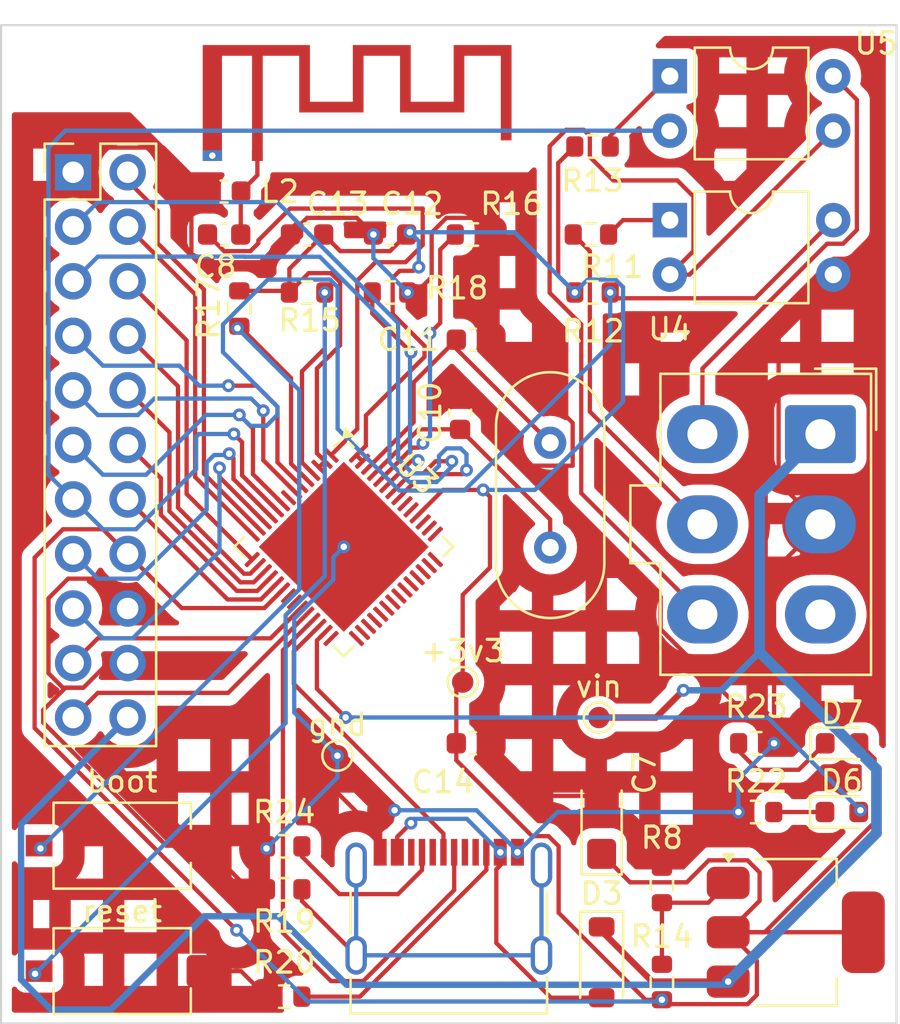
<source format=kicad_pcb>
(kicad_pcb (version 20240108) (generator "pcbnew") (generator_version "8.0")
  (layers (0 "F.Cu" signal) (31 "B.Cu" signal) (34 "B.Paste" user) (35 "F.Paste" user) (36 "B.SilkS" user "B.Silkscreen") (37 "F.SilkS" user "F.Silkscreen") (38 "B.Mask" user) (39 "F.Mask" user) (44 "Edge.Cuts" user))
  (net 0 "")
  (net 1 "Net-(AE2-A)")
  (net 2 "Net-(U3-LNA_IN{slash}RF)")
  (net 3 "+3V3")
  (net 4 "GND")
  (net 5 "Net-(U3-XTAL_N)")
  (net 6 "Net-(U3-XTAL_P)")
  (net 8 "/io21")
  (net 9 "Net-(D3-A)")
  (net 10 "/vin")
  (net 11 "Net-(D6-K)")
  (net 12 "/io14")
  (net 13 "/io2")
  (net 14 "/io6")
  (net 15 "/io18")
  (net 16 "/io17")
  (net 17 "/u0txd")
  (net 18 "/io13")
  (net 19 "/io8")
  (net 20 "/u0rxd")
  (net 21 "/io10")
  (net 22 "/io12")
  (net 23 "/io9")
  (net 24 "/io7")
  (net 25 "/io1")
  (net 26 "/io11")
  (net 27 "/mdb_communications_common")
  (net 28 "/mdb_master_transmit")
  (net 29 "/mdb_master_receive")
  (net 31 "/usb-")
  (net 32 "Net-(D7-K)")
  (net 33 "Net-(P2-SHIELD)")
  (net 34 "Net-(P2-VCONN)")
  (net 35 "/usb+")
  (net 36 "Net-(P2-CC)")
  (net 37 "Net-(U3-CHIP_PU{slash}RESET)")
  (net 38 "/boot")
  (net 39 "Net-(U3-GPIO46)")
  (net 40 "Net-(U2-ADJ)")
  (net 41 "Net-(R11-Pad2)")
  (net 42 "Net-(R13-Pad2)")
  (net 43 "Net-(U3-GPIO45)")
  (net 65 "/io4")
  (net 66 "/io5")
  (footprint "Button_Switch_SMD:SW_Tactile_SPST_NO_Straight_CK_PTS636Sx25SMTRLFS" (layer "F.Cu") (at 96.647 132.969)
    (property "Reference" "boot")
    (property "Value" "SW_Push" (hide yes))
  )
  (footprint "LED_SMD:LED_0603_1608Metric" (layer "F.Cu") (at 130.2 131.4)
    (property "Reference" "D6")
    (property "Value" "LED" (hide yes))
  )
  (footprint "TestPoint:TestPoint_Pad_D1.0mm" (layer "F.Cu") (at 106.68 128.778)
    (property "Reference" "gnd")
    (property "Value" "TestPoint" (hide yes))
  )
  (footprint "Package_TO_SOT_SMD:SOT-223-3_TabPin2" (layer "F.Cu") (at 128.05 137)
    (property "Reference" "U2" (hide yes))
    (property "Value" "LM317_SOT-223" (hide yes))
  )
  (footprint "Diode_SMD:D_SOD-123" (layer "F.Cu") (at 119 138.4 -90)
    (property "Reference" "D3")
    (property "Value" "D" (hide yes))
  )
  (footprint "Resistor_SMD:R_0603_1608Metric" (layer "F.Cu") (at 102.108 107.95 90)
    (property "Reference" "R17")
    (property "Value" "R" (hide yes))
  )
  (footprint "Connector_Molex:Molex_Mini-Fit_Jr_5566-06A_2x03_P4.20mm_Vertical" (layer "F.Cu") (at 129.2 113.8 -90)
    (property "Reference" "J2" (hide yes))
    (property "Value" "MDB_Connector" (hide yes))
  )
  (footprint "Capacitor_SMD:C_0603_1608Metric" (layer "F.Cu") (at 101.4 104.5 180)
    (property "Reference" "C8")
    (property "Value" "C" (hide yes))
  )
  (footprint "Resistor_SMD:R_0603_1608Metric" (layer "F.Cu") (at 109.133332 107.2)
    (property "Reference" "R18")
    (property "Value" "R" (hide yes))
  )
  (footprint "Package_DIP:DIP-4_W7.62mm" (layer "F.Cu") (at 122.18 97.125)
    (property "Reference" "U5")
    (property "Value" "PC817" (hide yes))
  )
  (footprint "Capacitor_SMD:C_0603_1608Metric" (layer "F.Cu") (at 113 128.2 180)
    (property "Reference" "C14")
    (property "Value" "C" (hide yes))
  )
  (footprint "Resistor_SMD:R_0603_1608Metric" (layer "F.Cu") (at 113 104.5)
    (property "Reference" "R16")
    (property "Value" "R" (hide yes))
  )
  (footprint "Connector_USB:USB_C_Receptacle_G-Switch_GT-USB-7010ASV" (layer "F.Cu") (at 111.875 137)
    (property "Reference" "P2" (hide yes))
    (property "Value" "USB_C_Plug_USB2.0" (hide yes))
  )
  (footprint "TestPoint:TestPoint_Pad_D1.0mm" (layer "F.Cu") (at 112.522 125.349)
    (property "Reference" "+3v3")
    (property "Value" "TestPoint" (hide yes))
  )
  (footprint "TestPoint:TestPoint_Pad_D1.0mm" (layer "F.Cu") (at 118.872 127)
    (property "Reference" "vin")
    (property "Value" "TestPoint" (hide yes))
  )
  (footprint "Crystal:Crystal_HC49-4H_Vertical" (layer "F.Cu") (at 116.6 114.2 -90)
    (property "Reference" "Y2" (hide yes))
    (property "Value" "Crystal" (hide yes))
  )
  (footprint "Connector_PinHeader_2.54mm:PinHeader_2x11_P2.54mm_Vertical" (layer "F.Cu") (at 94.361 101.6)
    (property "Reference" "J3" (hide yes))
    (property "Value" "Conn_02x11_Odd_Even" (hide yes))
  )
  (footprint "Resistor_SMD:R_0603_1608Metric" (layer "F.Cu") (at 126.2 131.4)
    (property "Reference" "R22")
    (property "Value" "R" (hide yes))
  )
  (footprint "Resistor_SMD:R_0603_1608Metric" (layer "F.Cu") (at 104.2 135 180)
    (property "Reference" "R19")
    (property "Value" "R" (hide yes))
  )
  (footprint "Resistor_SMD:R_0603_1608Metric" (layer "F.Cu") (at 105.266666 107.2)
    (property "Reference" "R15")
    (property "Value" "R")
  )
  (footprint "Resistor_SMD:R_0603_1608Metric" (layer "F.Cu") (at 104.2 140 180)
    (property "Reference" "R20")
    (property "Value" "R" (hide yes))
  )
  (footprint "Resistor_SMD:R_0603_1608Metric" (layer "F.Cu") (at 104.2 133 180)
    (property "Reference" "R24")
    (property "Value" "R" (hide yes))
  )
  (footprint "Capacitor_SMD:C_0603_1608Metric" (layer "F.Cu") (at 113 109.4 180)
    (property "Reference" "C11")
    (property "Value" "C" (hide yes))
  )
  (footprint "Resistor_SMD:R_0603_1608Metric" (layer "F.Cu") (at 118.5 104.5)
    (property "Reference" "R11")
    (property "Value" "R" (hide yes))
  )
  (footprint "Package_DFN_QFN:QFN-56-1EP_7x7mm_P0.4mm_EP5.6x5.6mm" (layer "F.Cu") (at 106.976798 119.047843 -45)
    (property "Reference" "U3")
    (property "Value" "ESP32-S3")
  )
  (footprint "Package_DIP:DIP-4_W7.62mm" (layer "F.Cu") (at 122.18 103.83)
    (property "Reference" "U4")
    (property "Value" "PC817" (hide yes))
  )
  (footprint "Resistor_SMD:R_0603_1608Metric" (layer "F.Cu") (at 126.2125 128.2 180)
    (property "Reference" "R23")
    (property "Value" "R" (hide yes))
  )
  (footprint "Capacitor_SMD:C_0603_1608Metric" (layer "F.Cu") (at 112.4 112.8 -90)
    (property "Reference" "C10")
    (property "Value" "C" (hide yes))
  )
  (footprint "LED_SMD:LED_0603_1608Metric" (layer "F.Cu") (at 130.2125 128.2)
    (property "Reference" "D7")
    (property "Value" "LED" (hide yes))
  )
  (footprint "Resistor_SMD:R_0603_1608Metric" (layer "F.Cu") (at 118.575 107.2 180)
    (property "Reference" "R12")
    (property "Value" "R" (hide yes))
  )
  (footprint "Capacitor_Tantalum_SMD:CP_EIA-3216-18_Kemet-A" (layer "F.Cu") (at 119 132 90)
    (property "Reference" "C7")
    (property "Value" "C_Polarized" (hide yes))
  )
  (footprint "Resistor_SMD:R_0603_1608Metric" (layer "F.Cu") (at 121.81 139.32 90)
    (property "Reference" "R14")
    (property "Value" "240" (hide yes))
  )
  (footprint "Inductor_SMD:L_0603_1608Metric" (layer "F.Cu") (at 101.4 102.5 180)
    (property "Reference" "L2")
    (property "Value" "47nH" (hide yes))
  )
  (footprint "Capacitor_SMD:C_0603_1608Metric" (layer "F.Cu") (at 105.266666 104.5)
    (property "Reference" "C13")
    (property "Value" "C" (hide yes))
  )
  (footprint "Resistor_SMD:R_0603_1608Metric" (layer "F.Cu") (at 121.81 134.8 90)
    (property "Reference" "R8")
    (property "Value" "R" (hide yes))
  )
  (footprint "Capacitor_SMD:C_0603_1608Metric" (layer "F.Cu") (at 109.133332 104.5)
    (property "Reference" "C12")
    (property "Value" "C" (hide yes))
  )
  (footprint "Resistor_SMD:R_0603_1608Metric" (layer "F.Cu") (at 118.575 100.4)
    (property "Reference" "R13")
    (property "Value" "R" (hide yes))
  )
  (footprint "Button_Switch_SMD:SW_Tactile_SPST_NO_Straight_CK_PTS636Sx25SMTRLFS" (layer "F.Cu") (at 96.647 138.811 180)
    (property "Reference" "reset")
    (property "Value" "SW_Push" (hide yes))
  )
  (footprint "RF_Antenna:Texas_SWRA117D_2.4GHz_Right" (layer "F.Cu") (at 102.95 100.825)
    (property "Reference" "AE2" (hide yes))
    (property "Value" "Antenna" (hide yes))
  )
  (gr_rect (start 91 94.75) (end 132.75 141.25) (stroke (width 0.1)) (fill none) (layer "Edge.Cuts"))
  (segment (start 102.95 100.825) (end 102.95 101.7375) (width 0.2) (layer "F.Cu") (net 1))
  (segment (start 102.175 102.5125) (end 102.1875 102.5) (width 0.2) (layer "F.Cu") (net 1))
  (segment (start 102.175 104.5) (end 102.175 102.5125) (width 0.2) (layer "F.Cu") (net 1))
  (segment (start 102.95 101.7375) (end 102.1875 102.5) (width 0.2) (layer "F.Cu") (net 1))
  (segment (start 102.624 105.275) (end 101.4 105.275) (width 0.2) (layer "F.Cu") (net 2))
  (segment (start 102.997 104.902) (end 102.624 105.275) (width 0.2) (layer "F.Cu") (net 2))
  (segment (start 109.855 105.791) (end 110.658332 104.987668) (width 0.2) (layer "F.Cu") (net 2))
  (segment (start 107.608332 106.640668) (end 108.458 105.791) (width 0.2) (layer "F.Cu") (net 2))
  (segment (start 107.608332 113.55495) (end 107.608332 106.640668) (width 0.2) (layer "F.Cu") (net 2))
  (segment (start 106.384596 114.778686) (end 107.608332 113.55495) (width 0.2) (layer "F.Cu") (net 2))
  (segment (start 108.458 105.791) (end 109.855 105.791) (width 0.2) (layer "F.Cu") (net 2))
  (segment (start 110.658332 104.987668) (end 110.658332 103.292332) (width 0.2) (layer "F.Cu") (net 2))
  (segment (start 102.997 104.77097) (end 102.997 104.902) (width 0.2) (layer "F.Cu") (net 2))
  (segment (start 110.658332 103.292332) (end 104.475638 103.292332) (width 0.2) (layer "F.Cu") (net 2))
  (segment (start 101.4 105.275) (end 100.625 104.5) (width 0.2) (layer "F.Cu") (net 2))
  (segment (start 104.475638 103.292332) (end 102.997 104.77097) (width 0.2) (layer "F.Cu") (net 2))
  (segment (start 107.569 114.778686) (end 107.851841 115.061527) (width 0.2) (layer "F.Cu") (net 3))
  (segment (start 126.365 134.210406) (end 126.365 135.535) (width 0.2) (layer "F.Cu") (net 3))
  (segment (start 106.807 109.658686) (end 106.807 106.727686) (width 0.2) (layer "F.Cu") (net 3))
  (segment (start 116.975 101.175) (end 116.975 106.425) (width 0.2) (layer "F.Cu") (net 3))
  (segment (start 123.995406 133.65) (end 125.804594 133.65) (width 0.2) (layer "F.Cu") (net 3))
  (segment (start 121.81 140.145) (end 121.81 140.09) (width 0.2) (layer "F.Cu") (net 3))
  (segment (start 105.724257 110.741429) (end 106.807 109.658686) (width 0.2) (layer "F.Cu") (net 3))
  (segment (start 109.133332 105.275) (end 109.908332 104.5) (width 0.2) (layer "F.Cu") (net 3))
  (segment (start 131 128.2) (end 131.725 128.925) (width 0.2) (layer "F.Cu") (net 3))
  (segment (start 110.49 106.004528) (end 110.475 106.019528) (width 0.2) (layer "F.Cu") (net 3))
  (segment (start 112.225 125.646) (end 112.225 128.2) (width 0.2) (layer "F.Cu") (net 3))
  (segment (start 112.225 128.989) (end 112.225 128.2) (width 0.2) (layer "F.Cu") (net 3))
  (segment (start 110.774921 117.229617) (end 111.608711 116.395827) (width 0.2) (layer "F.Cu") (net 3))
  (segment (start 103.275734 121.900384) (end 104.121857 121.054261) (width 0.2) (layer "F.Cu") (net 3))
  (segment (start 109.258332 106.514668) (end 109.582 106.191) (width 0.2) (layer "F.Cu") (net 3))
  (segment (start 106.816666 105.275) (end 109.133332 105.275) (width 0.2) (layer "F.Cu") (net 3))
  (segment (start 95.751 118.23) (end 93.884654 118.23) (width 0.2) (layer "F.Cu") (net 3))
  (segment (start 104.441666 106.1) (end 106.041666 104.5) (width 0.2) (layer "F.Cu") (net 3))
  (segment (start 113.792 120.015) (end 113.792 116.713) (width 0.2) (layer "F.Cu") (net 3))
  (segment (start 93.884654 118.23) (end 92.564 119.550654) (width 0.2) (layer "F.Cu") (net 3))
  (segment (start 106.041666 104.5) (end 106.816666 105.275) (width 0.2) (layer "F.Cu") (net 3))
  (segment (start 116.995 132.993629) (end 116.526371 132.525) (width 0.2) (layer "F.Cu") (net 3))
  (segment (start 108.008332 114.339354) (end 108.008332 112.931197) (width 0.2) (layer "F.Cu") (net 3))
  (segment (start 108.008332 112.931197) (end 110.744 110.195529) (width 0.2) (layer "F.Cu") (net 3))
  (segment (start 106.101753 115.061529) (end 105.724257 114.684035) (width 0.2) (layer "F.Cu") (net 3))
  (segment (start 122.970406 134.675) (end 123.995406 133.65) (width 0.2) (layer "F.Cu") (net 3))
  (segment (start 121.81 140.145) (end 121.046304 140.145) (width 0.2) (layer "F.Cu") (net 3))
  (segment (start 109.952332 104.5) (end 110.058332 104.394) (width 0.2) (layer "F.Cu") (net 3))
  (segment (start 116.526371 132.525) (end 115.761 132.525) (width 0.2) (layer "F.Cu") (net 3))
  (segment (start 107.569 114.778686) (end 108.008332 114.339354) (width 0.2) (layer "F.Cu") (net 3))
  (segment (start 110.49 105.918) (end 110.49 106.004528) (width 0.2) (layer "F.Cu") (net 3))
  (segment (start 106.807 106.727686) (end 106.378314 106.299) (width 0.2) (layer "F.Cu") (net 3))
  (segment (start 109.908332 104.5) (end 109.952332 104.5) (width 0.2) (layer "F.Cu") (net 3))
  (segment (start 125.804594 133.65) (end 126.365 134.210406) (width 0.2) (layer "F.Cu") (net 3))
  (segment (start 112.522 125.349) (end 112.522 121.285) (width 0.2) (layer "F.Cu") (net 3))
  (segment (start 115.761 132.525) (end 112.225 128.989) (width 0.2) (layer "F.Cu") (net 3))
  (segment (start 121.046304 140.145) (end 116.995 136.093696) (width 0.2) (layer "F.Cu") (net 3))
  (segment (start 109.258332 108.201861) (end 109.258332 106.514668) (width 0.2) (layer "F.Cu") (net 3))
  (segment (start 121.81 140.145) (end 122.015 140.35) (width 0.2) (layer "F.Cu") (net 3))
  (segment (start 105.818911 115.344371) (end 106.101753 115.061529) (width 0.2) (layer "F.Cu") (net 3))
  (segment (start 105.342666 106.299) (end 104.441666 107.2) (width 0.2) (layer "F.Cu") (net 3))
  (segment (start 113.792 116.713) (end 113.474827 116.395827) (width 0.2) (layer "F.Cu") (net 3))
  (segment (start 104.366666 107.125) (end 104.441666 107.2) (width 0.2) (layer "F.Cu") (net 3))
  (segment (start 96.901 119.38) (end 95.751 118.23) (width 0.2) (layer "F.Cu") (net 3))
  (segment (start 105.724257 114.684035) (end 105.724257 110.741429) (width 0.2) (layer "F.Cu") (net 3))
  (segment (start 116.995 136.093696) (end 116.995 132.993629) (width 0.2) (layer "F.Cu") (net 3))
  (segment (start 125.804594 140.35) (end 126.238 139.916594) (width 0.2) (layer "F.Cu") (net 3))
  (segment (start 126.238 138.338) (end 124.9 137) (width 0.2) (layer "F.Cu") (net 3))
  (segment (start 126.238 139.916594) (end 126.238 138.338) (width 0.2) (layer "F.Cu") (net 3))
  (segment (start 92.564 119.550654) (end 92.564 127.489) (width 0.2) (layer "F.Cu") (net 3))
  (segment (start 110.217 106.191) (end 110.49 105.918) (width 0.2) (layer "F.Cu") (net 3))
  (segment (start 110.397427 117.607113) (end 110.774921 117.229617) (width 0.2) (layer "F.Cu") (net 3))
  (segment (start 117.75 100.4) (end 116.975 101.175) (width 0.2) (layer "F.Cu") (net 3))
  (segment (start 126.365 135.535) (end 124.9 137) (width 0.2) (layer "F.Cu") (net 3))
  (segment (start 102.108 107.125) (end 104.366666 107.125) (width 0.2) (layer "F.Cu") (net 3))
  (segment (start 112.522 121.285) (end 113.792 120.015) (width 0.2) (layer "F.Cu") (net 3))
  (segment (start 104.441666 107.2) (end 104.441666 106.1) (width 0.2) (layer "F.Cu") (net 3))
  (segment (start 120.325 134.675) (end 122.970406 134.675) (width 0.2) (layer "F.Cu") (net 3))
  (segment (start 126.602186 137) (end 124.9 137) (width 0.2) (layer "F.Cu") (net 3))
  (segment (start 110.744 109.687529) (end 109.258332 108.201861) (width 0.2) (layer "F.Cu") (net 3))
  (segment (start 106.378314 106.299) (end 105.342666 106.299) (width 0.2) (layer "F.Cu") (net 3))
  (segment (start 109.582 106.191) (end 110.217 106.191) (width 0.2) (layer "F.Cu") (net 3))
  (segment (start 92.564 127.489) (end 101.981 136.906) (width 0.2) (layer "F.Cu") (net 3))
  (segment (start 116.975 106.425) (end 117.75 107.2) (width 0.2) (layer "F.Cu") (net 3))
  (segment (start 112.522 125.349) (end 112.225 125.646) (width 0.2) (layer "F.Cu") (net 3))
  (segment (start 124.9 137) (end 131.2 137) (width 0.2) (layer "F.Cu") (net 3))
  (segment (start 122.015 140.35) (end 125.804594 140.35) (width 0.2) (layer "F.Cu") (net 3))
  (segment (start 111.608711 116.395827) (end 113.474827 116.395827) (width 0.2) (layer "F.Cu") (net 3))
  (segment (start 96.901 119.38) (end 99.421384 121.900384) (width 0.2) (layer "F.Cu") (net 3))
  (segment (start 110.744 110.195529) (end 110.744 109.687529) (width 0.2) (layer "F.Cu") (net 3))
  (segment (start 131.725 131.877186) (end 126.602186 137) (width 0.2) (layer "F.Cu") (net 3))
  (segment (start 131.725 128.925) (end 131.725 131.877186) (width 0.2) (layer "F.Cu") (net 3))
  (segment (start 99.421384 121.900384) (end 103.275734 121.900384) (width 0.2) (layer "F.Cu") (net 3))
  (segment (start 119 133.35) (end 120.325 134.675) (width 0.2) (layer "F.Cu") (net 3))
  (via (at 110.058332 104.394) (size 0.6) (drill 0.3) (layers "F.Cu" "B.Cu") (net 3))
  (via (at 101.981 136.906) (size 0.6) (drill 0.3) (layers "F.Cu" "B.Cu") (net 3))
  (via (at 113.474827 116.395827) (size 0.6) (drill 0.3) (layers "F.Cu" "B.Cu") (net 3))
  (via (at 110.475 106.019528) (size 0.6) (drill 0.3) (layers "F.Cu" "B.Cu") (net 3))
  (via (at 117.75 107.2) (size 0.6) (drill 0.3) (layers "F.Cu" "B.Cu") (net 3))
  (via (at 121.81 140.145) (size 0.6) (drill 0.3) (layers "F.Cu" "B.Cu") (net 3))
  (segment (start 114.944 104.394) (end 117.75 107.2) (width 0.2) (layer "B.Cu") (net 3))
  (segment (start 120 112.284925) (end 120 106.951471) (width 0.2) (layer "B.Cu") (net 3))
  (segment (start 118.35 106.6) (end 117.75 107.2) (width 0.2) (layer "B.Cu") (net 3))
  (segment (start 105.302 140.227) (end 121.728 140.227) (width 0.2) (layer "B.Cu") (net 3))
  (segment (start 110.475 106.019528) (end 110.475 104.810668) (width 0.2) (layer "B.Cu") (net 3))
  (segment (start 110.475 104.810668) (end 110.058332 104.394) (width 0.2) (layer "B.Cu") (net 3))
  (segment (start 110.058332 104.394) (end 114.944 104.394) (width 0.2) (layer "B.Cu") (net 3))
  (segment (start 119.648529 106.6) (end 118.35 106.6) (width 0.2) (layer "B.Cu") (net 3))
  (segment (start 121.728 140.227) (end 121.81 140.145) (width 0.2) (layer "B.Cu") (net 3))
  (segment (start 101.981 136.906) (end 105.302 140.227) (width 0.2) (layer "B.Cu") (net 3))
  (segment (start 113.474827 116.395827) (end 115.889098 116.395827) (width 0.2) (layer "B.Cu") (net 3))
  (segment (start 115.889098 116.395827) (end 120 112.284925) (width 0.2) (layer "B.Cu") (net 3))
  (segment (start 120 106.951471) (end 119.648529 106.6) (width 0.2) (layer "B.Cu") (net 3))
  (segment (start 102.553 135) (end 103.375 135) (width 0.2) (layer "F.Cu") (net 4))
  (segment (start 95.987346 124.46) (end 94.837346 125.61) (width 0.2) (layer "F.Cu") (net 4))
  (segment (start 98.703654 132.969) (end 100.522 132.969) (width 0.2) (layer "F.Cu") (net 4))
  (segment (start 125.8045 126.492) (end 127.0375 127.725) (width 0.2) (layer "F.Cu") (net 4))
  (segment (start 122.8 133.975) (end 125.375 131.4) (width 0.2) (layer "F.Cu") (net 4))
  (segment (start 93.211 124.936346) (end 93.884654 125.61) (width 0.2) (layer "F.Cu") (net 4))
  (segment (start 100.6125 102.5) (end 98.5625 100.45) (width 0.2) (layer "F.Cu") (net 4))
  (segment (start 99.875 103.2375) (end 99.875 105.463) (width 0.2) (layer "F.Cu") (net 4))
  (segment (start 127.25 108.92) (end 127.25 116.05) (width 0.2) (layer "F.Cu") (net 4))
  (segment (start 93.211 121.443654) (end 93.211 124.936346) (width 0.2) (layer "F.Cu") (net 4))
  (segment (start 94.124654 120.53) (end 93.211 121.443654) (width 0.2) (layer "F.Cu") (net 4))
  (segment (start 105.266666 103.725) (end 107.583332 103.725) (width 0.2) (layer "F.Cu") (net 4))
  (segment (start 100.522 138.811) (end 102.186 138.811) (width 0.2) (layer "F.Cu") (net 4))
  (segment (start 129.8 106.37) (end 127.25 108.92) (width 0.2) (layer "F.Cu") (net 4))
  (segment (start 117.65 115.268) (end 115.643 115.268) (width 0.2) (layer "F.Cu") (net 4))
  (segment (start 96.901 121.92) (end 95.511 120.53) (width 0.2) (layer "F.Cu") (net 4))
  (segment (start 103.375 133) (end 103.375 133.096) (width 0.2) (layer "F.Cu") (net 4))
  (segment (start 121.75 121.375) (end 121.75 122.883452) (width 0.2) (layer "F.Cu") (net 4))
  (segment (start 100.203 105.791) (end 103.200666 105.791) (width 0.2) (layer "F.Cu") (net 4))
  (segment (start 93.884654 125.61) (end 94.837346 125.61) (width 0.2) (layer "F.Cu") (net 4))
  (segment (start 108.675 132.498) (end 106.68 130.503) (width 0.2) (layer "F.Cu") (net 4))
  (segment (start 113.775 104.55) (end 113.825 104.5) (width 0.2) (layer "F.Cu") (net 4))
  (segment (start 102.186 138.811) (end 103.375 140) (width 0.2) (layer "F.Cu") (net 4))
  (segment (start 112.4 112.025) (end 121.75 121.375) (width 0.2) (layer "F.Cu") (net 4))
  (segment (start 110.358332 107.2) (end 111.075 106.483332) (width 0.2) (layer "F.Cu") (net 4))
  (segment (start 127.0375 127.725) (end 127.0375 128.2) (width 0.2) (layer "F.Cu") (net 4))
  (segment (start 119 130.65) (end 121.81 133.46) (width 0.2) (layer "F.Cu") (net 4))
  (segment (start 119 130.65) (end 116.225 130.65) (width 0.2) (layer "F.Cu") (net 4))
  (segment (start 94.837346 125.61) (end 94.006 125.61) (width 0.2) (layer "F.Cu") (net 4))
  (segment (start 94.006 125.61) (end 92.964 126.652) (width 0.2) (layer "F.Cu") (net 4))
  (segment (start 98.5625 100.45) (end 95.511 100.45) (width 0.2) (layer "F.Cu") (net 4))
  (segment (start 113.775 109.4) (end 113.775 104.55) (width 0.2) (layer "F.Cu") (net 4))
  (segment (start 108.675 131.99) (end 109.347 131.318) (width 0.2) (layer "F.Cu") (net 4))
  (segment (start 100.522 132.969) (end 102.553 135) (width 0.2) (layer "F.Cu") (net 4))
  (segment (start 111.075 106.483332) (end 111.075 104.412352) (width 0.2) (layer "F.Cu") (net 4))
  (segment (start 115.643 115.268) (end 112.4 112.025) (width 0.2) (layer "F.Cu") (net 4))
  (segment (start 127.0375 120.1625) (end 127.0375 128.2) (width 0.2) (layer "F.Cu") (net 4))
  (segment (start 99.875 105.463) (end 100.203 105.791) (width 0.2) (layer "F.Cu") (net 4))
  (segment (start 117.65 113.275) (end 117.65 115.268) (width 0.2) (layer "F.Cu") (net 4))
  (segment (start 108.675 133.275) (end 108.675 131.99) (width 0.2) (layer "F.Cu") (net 4))
  (segment (start 106.68 130.503) (end 106.68 128.778) (width 0.2) (layer "F.Cu") (net 4))
  (segment (start 125.358548 126.492) (end 125.8045 126.492) (width 0.2) (layer "F.Cu") (net 4))
  (segment (start 113.775 109.4) (end 117.65 113.275) (width 0.2) (layer "F.Cu") (net 4))
  (segment (start 103.375 140) (end 103.375 135) (width 0.2) (layer "F.Cu") (net 4))
  (segment (start 107.583332 103.725) (end 108.358332 104.5) (width 0.2) (layer "F.Cu") (net 4))
  (segment (start 111.075 104.412352) (end 111.762352 103.725) (width 0.2) (layer "F.Cu") (net 4))
  (segment (start 121.75 122.883452) (end 125.358548 126.492) (width 0.2) (layer "F.Cu") (net 4))
  (segment (start 92.964 127.229346) (end 98.703654 132.969) (width 0.2) (layer "F.Cu") (net 4))
  (segment (start 109.958332 107.2) (end 110.358332 107.2) (width 0.2) (layer "F.Cu") (net 4))
  (segment (start 96.901 124.46) (end 95.987346 124.46) (width 0.2) (layer "F.Cu") (net 4))
  (segment (start 95.511 120.53) (end 94.124654 120.53) (width 0.2) (layer "F.Cu") (net 4))
  (segment (start 100.6125 102.5) (end 99.875 103.2375) (width 0.2) (layer "F.Cu") (net 4))
  (segment (start 121.81 133.975) (end 122.8 133.975) (width 0.2) (layer "F.Cu") (net 4))
  (segment (start 108.675 133.275) (end 108.675 132.498) (width 0.2) (layer "F.Cu") (net 4))
  (segment (start 116.225 130.65) (end 113.775 128.2) (width 0.2) (layer "F.Cu") (net 4))
  (segment (start 92.964 126.652) (end 92.964 127.229346) (width 0.2) (layer "F.Cu") (net 4))
  (segment (start 95.511 100.45) (end 94.361 101.6) (width 0.2) (layer "F.Cu") (net 4))
  (segment (start 111.762352 103.725) (end 113.05 103.725) (width 0.2) (layer "F.Cu") (net 4))
  (segment (start 104.491666 104.5) (end 105.266666 103.725) (width 0.2) (layer "F.Cu") (net 4))
  (segment (start 129.2 118) (end 127.0375 120.1625) (width 0.2) (layer "F.Cu") (net 4))
  (segment (start 121.81 133.46) (end 121.81 133.975) (width 0.2) (layer "F.Cu") (net 4))
  (segment (start 103.200666 105.791) (end 104.491666 104.5) (width 0.2) (layer "F.Cu") (net 4))
  (segment (start 103.375 133.096) (end 103.375 135) (width 0.2) (layer "F.Cu") (net 4))
  (segment (start 127.25 116.05) (end 129.2 118) (width 0.2) (layer "F.Cu") (net 4))
  (segment (start 113.05 103.725) (end 113.825 104.5) (width 0.2) (layer "F.Cu") (net 4))
  (via (at 125.375 131.4) (size 0.6) (drill 0.3) (layers "F.Cu" "B.Cu") (net 4))
  (via (at 109.958332 107.2) (size 0.6) (drill 0.3) (layers "F.Cu" "B.Cu") (net 4))
  (via (at 106.68 128.778) (size 0.6) (drill 0.3) (layers "F.Cu" "B.Cu") (net 4))
  (via (at 106.976798 119.047843) (size 0.6) (drill 0.3) (layers "F.Cu" "B.Cu") (net 4))
  (via (at 115.075 133.275) (size 0.6) (drill 0.3) (layers "F.Cu" "B.Cu") (net 4))
  (via (at 108.358332 104.5) (size 0.6) (drill 0.3) (layers "F.Cu" "B.Cu") (net 4))
  (via (at 127.0375 128.2) (size 0.6) (drill 0.3) (layers "F.Cu" "B.Cu") (net 4))
  (via (at 103.375 133.096) (size 0.6) (drill 0.3) (layers "F.Cu" "B.Cu") (net 4))
  (via (at 109.347 131.318) (size 0.6) (drill 0.3) (layers "F.Cu" "B.Cu") (net 4))
  (segment (start 106.491666 119.532975) (end 106.976798 119.047843) (width 0.2) (layer "B.Cu") (net 4))
  (segment (start 125.375 131.4) (end 125.375 129.8625) (width 0.2) (layer "B.Cu") (net 4))
  (segment (start 115.075 133.226471) (end 115.075 133.275) (width 0.2) (layer "B.Cu") (net 4))
  (segment (start 106.68 128.778) (end 104.667 126.765) (width 0.2) (layer "B.Cu") (net 4))
  (segment (start 104.667 122.397372) (end 106.491666 120.572706) (width 0.2) (layer "B.Cu") (net 4))
  (segment (start 125.375 129.8625) (end 127.0375 128.2) (width 0.2) (layer "B.Cu") (net 4))
  (segment (start 104.667 126.765) (end 104.667 122.397372) (width 0.2) (layer "B.Cu") (net 4))
  (segment (start 106.491666 120.572706) (end 106.491666 119.532975) (width 0.2) (layer "B.Cu") (net 4))
  (segment (start 108.358332 105.6) (end 109.958332 107.2) (width 0.2) (layer "B.Cu") (net 4))
  (segment (start 113.166529 131.318) (end 115.075 133.226471) (width 0.2) (layer "B.Cu") (net 4))
  (segment (start 103.375 133.096) (end 106.68 129.791) (width 0.2) (layer "B.Cu") (net 4))
  (segment (start 109.347 131.318) (end 113.166529 131.318) (width 0.2) (layer "B.Cu") (net 4))
  (segment (start 116.95 131.4) (end 125.375 131.4) (width 0.2) (layer "B.Cu") (net 4))
  (segment (start 115.075 133.275) (end 116.95 131.4) (width 0.2) (layer "B.Cu") (net 4))
  (segment (start 108.358332 104.5) (end 108.358332 105.6) (width 0.2) (layer "B.Cu") (net 4))
  (segment (start 106.68 129.791) (end 106.68 128.778) (width 0.2) (layer "B.Cu") (net 4))
  (segment (start 116.6 117.775) (end 112.4 113.575) (width 0.2) (layer "F.Cu") (net 5))
  (segment (start 112.4 113.575) (end 110.469746 113.575) (width 0.2) (layer "F.Cu") (net 5))
  (segment (start 110.469746 113.575) (end 108.41753 115.627216) (width 0.2) (layer "F.Cu") (net 5))
  (segment (start 116.6 119.08) (end 116.6 117.775) (width 0.2) (layer "F.Cu") (net 5))
  (segment (start 112.225 109.4) (end 110.236 111.389) (width 0.2) (layer "F.Cu") (net 6))
  (segment (start 116.6 114.2) (end 112.225 109.825) (width 0.2) (layer "F.Cu") (net 6))
  (segment (start 112.225 109.825) (end 112.225 109.4) (width 0.2) (layer "F.Cu") (net 6))
  (segment (start 110.236 113.24306) (end 108.134687 115.344373) (width 0.2) (layer "F.Cu") (net 6))
  (segment (start 110.236 111.389) (end 110.236 113.24306) (width 0.2) (layer "F.Cu") (net 6))
  (segment (start 130.9875 131.4) (end 130.9875 131.3945) (width 0.2) (layer "F.Cu") (net 8))
  (segment (start 107.064765 126.996235) (end 105.724257 125.655727) (width 0.2) (layer "F.Cu") (net 8))
  (segment (start 105.724257 125.655727) (end 105.724257 123.411657) (width 0.2) (layer "F.Cu") (net 8))
  (segment (start 130.9875 131.3945) (end 131.064 131.318) (width 0.2) (layer "F.Cu") (net 8))
  (segment (start 105.724257 123.411657) (end 106.101755 123.034159) (width 0.2) (layer "F.Cu") (net 8))
  (via (at 107.064765 126.996235) (size 0.6) (drill 0.3) (layers "F.Cu" "B.Cu") (net 8))
  (via (at 131.064 131.318) (size 0.6) (drill 0.3) (layers "F.Cu" "B.Cu") (net 8))
  (segment (start 126.742235 126.996235) (end 107.064765 126.996235) (width 0.2) (layer "B.Cu") (net 8))
  (segment (start 131.064 131.318) (end 126.742235 126.996235) (width 0.2) (layer "B.Cu") (net 8))
  (segment (start 114.275 133.883) (end 114.09 134.068) (width 0.2) (layer "F.Cu") (net 9))
  (segment (start 114.275 133.275) (end 114.275 133.883) (width 0.2) (layer "F.Cu") (net 9))
  (segment (start 114.09 134.068) (end 114.09 137.501371) (width 0.2) (layer "F.Cu") (net 9))
  (segment (start 114.09 137.501371) (end 116.638629 140.05) (width 0.2) (layer "F.Cu") (net 9))
  (segment (start 116.638629 140.05) (end 119 140.05) (width 0.2) (layer "F.Cu") (net 9))
  (segment (start 109.475 132.552) (end 110.109 131.918) (width 0.2) (layer "F.Cu") (net 9))
  (segment (start 109.475 133.275) (end 109.475 132.552) (width 0.2) (layer "F.Cu") (net 9))
  (via (at 110.109 131.918) (size 0.6) (drill 0.3) (layers "F.Cu" "B.Cu") (net 9))
  (via (at 114.275 133.275) (size 0.6) (drill 0.3) (layers "F.Cu" "B.Cu") (net 9))
  (segment (start 110.217 131.718) (end 112.718 131.718) (width 0.2) (layer "B.Cu") (net 9))
  (segment (start 112.718 131.718) (end 114.275 133.275) (width 0.2) (layer "B.Cu") (net 9))
  (segment (start 110.109 131.918) (end 110.109 131.826) (width 0.2) (layer "B.Cu") (net 9))
  (segment (start 110.109 131.826) (end 110.217 131.718) (width 0.2) (layer "B.Cu") (net 9))
  (segment (start 121.356642 139.3) (end 124.9 139.3) (width 0.3) (layer "F.Cu") (net 10))
  (segment (start 121.539 127) (end 122.809 125.73) (width 0.3) (layer "F.Cu") (net 10))
  (segment (start 119 136.75) (end 119 136.943358) (width 0.3) (layer "F.Cu") (net 10))
  (segment (start 119 136.943358) (end 121.356642 139.3) (width 0.3) (layer "F.Cu") (net 10))
  (segment (start 118.872 127) (end 121.539 127) (width 0.3) (layer "F.Cu") (net 10))
  (via (at 122.809 125.73) (size 0.6) (drill 0.3) (layers "F.Cu" "B.Cu") (net 10))
  (via (at 124.9 139.3) (size 0.6) (drill 0.3) (layers "F.Cu" "B.Cu") (net 10))
  (segment (start 96.901 127) (end 91.933 131.968) (width 0.3) (layer "B.Cu") (net 10))
  (segment (start 93.325761 140.6) (end 96.128001 140.6) (width 0.3) (layer "B.Cu") (net 10))
  (segment (start 100.472 136.256) (end 103.921 136.256) (width 0.3) (layer "B.Cu") (net 10))
  (segment (start 122.809 125.73) (end 124.587 125.73) (width 0.3) (layer "B.Cu") (net 10))
  (segment (start 124.754 139.446) (end 124.9 139.3) (width 0.3) (layer "B.Cu") (net 10))
  (segment (start 96.128001 140.6) (end 97.663 139.065) (width 0.3) (layer "B.Cu") (net 10))
  (segment (start 103.921 136.256) (end 107.111 139.446) (width 0.3) (layer "B.Cu") (net 10))
  (segment (start 126.365 116.635) (end 126.365 123.952) (width 0.5) (layer "B.Cu") (net 10))
  (segment (start 131.814 132.386) (end 124.9 139.3) (width 0.5) (layer "B.Cu") (net 10))
  (segment (start 126.365 123.952) (end 131.814 129.401) (width 0.5) (layer "B.Cu") (net 10))
  (segment (start 107.111 139.446) (end 124.754 139.446) (width 0.3) (layer "B.Cu") (net 10))
  (segment (start 91.933 139.207239) (end 93.325761 140.6) (width 0.3) (layer "B.Cu") (net 10))
  (segment (start 91.933 131.968) (end 91.933 139.207239) (width 0.3) (layer "B.Cu") (net 10))
  (segment (start 97.663 139.065) (end 100.472 136.256) (width 0.3) (layer "B.Cu") (net 10))
  (segment (start 124.587 125.73) (end 126.365 123.952) (width 0.3) (layer "B.Cu") (net 10))
  (segment (start 131.814 129.401) (end 131.814 132.386) (width 0.5) (layer "B.Cu") (net 10))
  (segment (start 129.2 113.8) (end 126.365 116.635) (width 0.5) (layer "B.Cu") (net 10))
  (segment (start 127.025 131.4) (end 129.4125 131.4) (width 0.2) (layer "F.Cu") (net 11))
  (segment (start 101.561384 121.500384) (end 103.110048 121.500384) (width 0.2) (layer "F.Cu") (net 12))
  (segment (start 103.110048 121.500384) (end 103.839014 120.771418) (width 0.2) (layer "F.Cu") (net 12))
  (segment (start 96.901 116.84) (end 101.561384 121.500384) (width 0.2) (layer "F.Cu") (net 12))
  (segment (start 103.225235 112.709765) (end 103.225235 115.013441) (width 0.2) (layer "F.Cu") (net 13))
  (segment (start 103.225235 115.013441) (end 104.687538 116.475744) (width 0.2) (layer "F.Cu") (net 13))
  (via (at 103.225235 112.709765) (size 0.6) (drill 0.3) (layers "F.Cu" "B.Cu") (net 13))
  (segment (start 102.65647 112.141) (end 98.146346 112.141) (width 0.2) (layer "B.Cu") (net 13))
  (segment (start 103.225235 112.709765) (end 102.65647 112.141) (width 0.2) (layer "B.Cu") (net 13))
  (segment (start 98.146346 112.141) (end 97.377346 112.91) (width 0.2) (layer "B.Cu") (net 13))
  (segment (start 97.377346 112.91) (end 95.511 112.91) (width 0.2) (layer "B.Cu") (net 13))
  (segment (start 95.511 112.91) (end 94.361 111.76) (width 0.2) (layer "B.Cu") (net 13))
  (segment (start 101.635 114.710137) (end 101.835 114.910137) (width 0.2) (layer "F.Cu") (net 14))
  (segment (start 101.835 114.910137) (end 101.835 115.885948) (width 0.2) (layer "F.Cu") (net 14))
  (segment (start 101.835 115.885948) (end 103.556167 117.607115) (width 0.2) (layer "F.Cu") (net 14))
  (via (at 101.635 114.710137) (size 0.6) (drill 0.3) (layers "F.Cu" "B.Cu") (net 14))
  (segment (start 100.935471 114.770893) (end 100.584 115.122364) (width 0.2) (layer "B.Cu") (net 14))
  (segment (start 101.432529 114.770893) (end 100.935471 114.770893) (width 0.2) (layer "B.Cu") (net 14))
  (segment (start 100.584 117.323346) (end 97.377346 120.53) (width 0.2) (layer "B.Cu") (net 14))
  (segment (start 97.377346 120.53) (end 95.511 120.53) (width 0.2) (layer "B.Cu") (net 14))
  (segment (start 101.635 114.710137) (end 101.503386 114.841751) (width 0.2) (layer "B.Cu") (net 14))
  (segment (start 101.503386 114.841751) (end 101.432529 114.770893) (width 0.2) (layer "B.Cu") (net 14))
  (segment (start 100.584 115.122364) (end 100.584 117.323346) (width 0.2) (layer "B.Cu") (net 14))
  (segment (start 95.511 120.53) (end 94.361 119.38) (width 0.2) (layer "B.Cu") (net 14))
  (segment (start 94.361 127) (end 95.511 125.85) (width 0.2) (layer "F.Cu") (net 15))
  (segment (start 95.511 125.85) (end 101.588852 125.85) (width 0.2) (layer "F.Cu") (net 15))
  (segment (start 104.257926 123.180926) (end 104.257932 123.180926) (width 0.2) (layer "F.Cu") (net 15))
  (segment (start 101.588852 125.85) (end 104.257926 123.180926) (width 0.2) (layer "F.Cu") (net 15))
  (segment (start 104.257932 123.180926) (end 105.253227 122.185631) (width 0.2) (layer "F.Cu") (net 15))
  (segment (start 94.361 124.46) (end 95.511 123.31) (width 0.2) (layer "F.Cu") (net 16))
  (segment (start 103.563166 123.31) (end 104.970381 121.902785) (width 0.2) (layer "F.Cu") (net 16))
  (segment (start 95.511 123.31) (end 103.563166 123.31) (width 0.2) (layer "F.Cu") (net 16))
  (segment (start 110.857263 116.027) (end 110.280488 116.027) (width 0.2) (layer "F.Cu") (net 17))
  (segment (start 110.280488 116.027) (end 109.548901 116.758587) (width 0.2) (layer "F.Cu") (net 17))
  (segment (start 111.222263 115.662) (end 110.857263 116.027) (width 0.2) (layer "F.Cu") (net 17))
  (segment (start 112.699997 115.473598) (end 112.511595 115.662) (width 0.2) (layer "F.Cu") (net 17))
  (segment (start 112.511595 115.662) (end 111.222263 115.662) (width 0.2) (layer "F.Cu") (net 17))
  (via (at 112.699997 115.473598) (size 0.6) (drill 0.3) (layers "F.Cu" "B.Cu") (net 17))
  (segment (start 95.511 102.99) (end 103.879 102.99) (width 0.2) (layer "B.Cu") (net 17))
  (segment (start 94.361 104.14) (end 95.511 102.99) (width 0.2) (layer "B.Cu") (net 17))
  (segment (start 112.43 114.462) (end 112.699997 114.731997) (width 0.2) (layer "B.Cu") (net 17))
  (segment (start 109.509 114.941481) (end 110.194519 115.627) (width 0.2) (layer "B.Cu") (net 17))
  (segment (start 110.194519 115.627) (end 111.068 115.627) (width 0.2) (layer "B.Cu") (net 17))
  (segment (start 111.414 114.813471) (end 111.765471 114.462) (width 0.2) (layer "B.Cu") (net 17))
  (segment (start 111.765471 114.462) (end 112.43 114.462) (width 0.2) (layer "B.Cu") (net 17))
  (segment (start 103.879 102.99) (end 109.509 108.62) (width 0.2) (layer "B.Cu") (net 17))
  (segment (start 112.699997 114.731997) (end 112.699997 115.473598) (width 0.2) (layer "B.Cu") (net 17))
  (segment (start 111.068 115.627) (end 111.414 115.281) (width 0.2) (layer "B.Cu") (net 17))
  (segment (start 111.414 115.281) (end 111.414 114.813471) (width 0.2) (layer "B.Cu") (net 17))
  (segment (start 109.509 108.62) (end 109.509 114.941481) (width 0.2) (layer "B.Cu") (net 17))
  (segment (start 96.901 114.3) (end 98.45 115.849) (width 0.2) (layer "F.Cu") (net 18))
  (segment (start 102.944362 121.100384) (end 103.556171 120.488575) (width 0.2) (layer "F.Cu") (net 18))
  (segment (start 98.45 115.849) (end 98.45 117.55676) (width 0.2) (layer "F.Cu") (net 18))
  (segment (start 98.45 117.55676) (end 101.993624 121.100384) (width 0.2) (layer "F.Cu") (net 18))
  (segment (start 101.993624 121.100384) (end 102.944362 121.100384) (width 0.2) (layer "F.Cu") (net 18))
  (segment (start 98.298 104.902) (end 100.457 107.061) (width 0.2) (layer "F.Cu") (net 19))
  (segment (start 100.457 115.639315) (end 102.612987 117.795302) (width 0.2) (layer "F.Cu") (net 19))
  (segment (start 96.901 101.6) (end 96.901 101.999696) (width 0.2) (layer "F.Cu") (net 19))
  (segment (start 98.298 103.396696) (end 98.298 104.902) (width 0.2) (layer "F.Cu") (net 19))
  (segment (start 100.457 107.061) (end 100.457 115.639315) (width 0.2) (layer "F.Cu") (net 19))
  (segment (start 102.612987 117.795305) (end 102.990482 118.1728) (width 0.2) (layer "F.Cu") (net 19))
  (segment (start 102.612987 117.795302) (end 102.612987 117.795305) (width 0.2) (layer "F.Cu") (net 19))
  (segment (start 96.901 101.999696) (end 98.298 103.396696) (width 0.2) (layer "F.Cu") (net 19))
  (segment (start 111.256577 115.062) (end 110.691577 115.627) (width 0.2) (layer "F.Cu") (net 20))
  (segment (start 110.114802 115.627) (end 109.266058 116.475744) (width 0.2) (layer "F.Cu") (net 20))
  (segment (start 110.691577 115.627) (end 110.114802 115.627) (width 0.2) (layer "F.Cu") (net 20))
  (segment (start 112.014 115.062) (end 111.256577 115.062) (width 0.2) (layer "F.Cu") (net 20))
  (via (at 112.014 115.062) (size 0.6) (drill 0.3) (layers "F.Cu" "B.Cu") (net 20))
  (segment (start 105.860314 105.537) (end 102.362 105.537) (width 0.2) (layer "B.Cu") (net 20))
  (segment (start 95.511 105.53) (end 102.355 105.53) (width 0.2) (layer "B.Cu") (net 20))
  (segment (start 112.014 115.062) (end 112.014 115.316) (width 0.2) (layer "B.Cu") (net 20))
  (segment (start 109.109 115.107167) (end 109.109 108.785686) (width 0.2) (layer "B.Cu") (net 20))
  (segment (start 102.355 105.53) (end 102.362 105.537) (width 0.2) (layer "B.Cu") (net 20))
  (segment (start 110.028833 116.027) (end 109.109 115.107167) (width 0.2) (layer "B.Cu") (net 20))
  (segment (start 94.361 106.68) (end 95.511 105.53) (width 0.2) (layer "B.Cu") (net 20))
  (segment (start 111.303 116.027) (end 110.028833 116.027) (width 0.2) (layer "B.Cu") (net 20))
  (segment (start 112.014 115.316) (end 111.303 116.027) (width 0.2) (layer "B.Cu") (net 20))
  (segment (start 109.109 108.785686) (end 105.860314 105.537) (width 0.2) (layer "B.Cu") (net 20))
  (segment (start 99.65 116.582404) (end 102.707641 119.640045) (width 0.2) (layer "F.Cu") (net 21))
  (segment (start 99.65 109.429) (end 99.65 116.582404) (width 0.2) (layer "F.Cu") (net 21))
  (segment (start 96.901 106.68) (end 99.65 109.429) (width 0.2) (layer "F.Cu") (net 21))
  (segment (start 96.901 111.76) (end 98.85 113.709) (width 0.2) (layer "F.Cu") (net 22))
  (segment (start 102.778676 120.700384) (end 103.273328 120.205732) (width 0.2) (layer "F.Cu") (net 22))
  (segment (start 98.85 113.709) (end 98.85 117.391074) (width 0.2) (layer "F.Cu") (net 22))
  (segment (start 98.85 117.391074) (end 102.15931 120.700384) (width 0.2) (layer "F.Cu") (net 22))
  (segment (start 102.15931 120.700384) (end 102.778676 120.700384) (width 0.2) (layer "F.Cu") (net 22))
  (segment (start 100.05 107.289) (end 100.05 115.798) (width 0.2) (layer "F.Cu") (net 23))
  (segment (start 100.05 115.798) (end 102.707641 118.455641) (width 0.2) (layer "F.Cu") (net 23))
  (segment (start 96.901 104.14) (end 100.05 107.289) (width 0.2) (layer "F.Cu") (net 23))
  (segment (start 101.184 115.370893) (end 101.184 115.800626) (width 0.2) (layer "F.Cu") (net 24))
  (segment (start 101.184 115.800626) (end 103.273328 117.889954) (width 0.2) (layer "F.Cu") (net 24))
  (via (at 101.184 115.370893) (size 0.6) (drill 0.3) (layers "F.Cu" "B.Cu") (net 24))
  (segment (start 101.184 119.263346) (end 97.137346 123.31) (width 0.2) (layer "B.Cu") (net 24))
  (segment (start 95.751 123.31) (end 94.361 121.92) (width 0.2) (layer "B.Cu") (net 24))
  (segment (start 97.137346 123.31) (end 95.751 123.31) (width 0.2) (layer "B.Cu") (net 24))
  (segment (start 101.184 115.370893) (end 101.184 119.263346) (width 0.2) (layer "B.Cu") (net 24))
  (segment (start 103.886 115.10852) (end 104.970381 116.192901) (width 0.2) (layer "F.Cu") (net 25))
  (segment (start 101.6 111.541) (end 102.905 111.541) (width 0.2) (layer "F.Cu") (net 25))
  (segment (start 102.905 111.541) (end 103.886 112.522) (width 0.2) (layer "F.Cu") (net 25))
  (segment (start 103.886 112.522) (end 103.886 115.10852) (width 0.2) (layer "F.Cu") (net 25))
  (via (at 101.6 111.541) (size 0.6) (drill 0.3) (layers "F.Cu" "B.Cu") (net 25))
  (segment (start 100.238 111.541) (end 99.307 110.61) (width 0.2) (layer "B.Cu") (net 25))
  (segment (start 99.307 110.61) (end 95.751 110.61) (width 0.2) (layer "B.Cu") (net 25))
  (segment (start 101.6 111.541) (end 100.238 111.541) (width 0.2) (layer "B.Cu") (net 25))
  (segment (start 95.751 110.61) (end 94.361 109.22) (width 0.2) (layer "B.Cu") (net 25))
  (segment (start 102.324996 120.300384) (end 102.612987 120.300384) (width 0.2) (layer "F.Cu") (net 26))
  (segment (start 99.25 117.225388) (end 102.324996 120.300384) (width 0.2) (layer "F.Cu") (net 26))
  (segment (start 102.612987 120.300384) (end 102.612987 120.300381) (width 0.2) (layer "F.Cu") (net 26))
  (segment (start 99.25 111.569) (end 99.25 117.225388) (width 0.2) (layer "F.Cu") (net 26))
  (segment (start 102.612987 120.300381) (end 102.990482 119.922886) (width 0.2) (layer "F.Cu") (net 26))
  (segment (start 96.901 109.22) (end 99.25 111.569) (width 0.2) (layer "F.Cu") (net 26))
  (segment (start 118.05 108.687648) (end 116.575 107.212648) (width 0.2) (layer "F.Cu") (net 27))
  (segment (start 123.095 106.37) (end 122.18 106.37) (width 0.2) (layer "F.Cu") (net 27))
  (segment (start 118.162648 99.625) (end 118.45 99.912352) (width 0.2) (layer "F.Cu") (net 27))
  (segment (start 122.531 101.981) (end 123.28 102.73) (width 0.2) (layer "F.Cu") (net 27))
  (segment (start 117.337352 99.625) (end 118.162648 99.625) (width 0.2) (layer "F.Cu") (net 27))
  (segment (start 116.575 100.387352) (end 117.337352 99.625) (width 0.2) (layer "F.Cu") (net 27))
  (segment (start 116.575 107.212648) (end 116.575 100.387352) (width 0.2) (layer "F.Cu") (net 27))
  (segment (start 118.45 99.912352) (end 118.45 100.887648) (width 0.2) (layer "F.Cu") (net 27))
  (segment (start 123.28 105.27) (end 122.18 106.37) (width 0.2) (layer "F.Cu") (net 27))
  (segment (start 118.05 116.55) (end 118.05 108.687648) (width 0.2) (layer "F.Cu") (net 27))
  (segment (start 118.45 100.887648) (end 119.543352 101.981) (width 0.2) (layer "F.Cu") (net 27))
  (segment (start 129.8 99.665) (end 123.095 106.37) (width 0.2) (layer "F.Cu") (net 27))
  (segment (start 123.28 102.73) (end 123.28 105.27) (width 0.2) (layer "F.Cu") (net 27))
  (segment (start 123.7 122.2) (end 118.05 116.55) (width 0.2) (layer "F.Cu") (net 27))
  (segment (start 119.543352 101.981) (end 122.531 101.981) (width 0.2) (layer "F.Cu") (net 27))
  (segment (start 118.45 112.75) (end 123.7 118) (width 0.2) (layer "F.Cu") (net 28))
  (segment (start 118.45 105.275) (end 118.45 112.75) (width 0.2) (layer "F.Cu") (net 28))
  (segment (start 117.675 104.5) (end 118.45 105.275) (width 0.2) (layer "F.Cu") (net 28))
  (segment (start 130.9 98.225) (end 130.9 104.285635) (width 0.2) (layer "F.Cu") (net 29))
  (segment (start 130.255635 104.93) (end 129.512 104.93) (width 0.2) (layer "F.Cu") (net 29))
  (segment (start 123.7 110.742) (end 123.7 113.8) (width 0.2) (layer "F.Cu") (net 29))
  (segment (start 129.512 104.93) (end 123.7 110.742) (width 0.2) (layer "F.Cu") (net 29))
  (segment (start 129.8 97.125) (end 130.9 98.225) (width 0.2) (layer "F.Cu") (net 29))
  (segment (start 130.9 104.285635) (end 130.255635 104.93) (width 0.2) (layer "F.Cu") (net 29))
  (segment (start 112.125 133.275) (end 112.125 135.036371) (width 0.2) (layer "F.Cu") (net 31))
  (segment (start 106.382 139.275) (end 104.14 137.033) (width 0.2) (layer "F.Cu") (net 31))
  (segment (start 104.14 123.864536) (end 105.536066 122.46847) (width 0.2) (layer "F.Cu") (net 31))
  (segment (start 112.125 135.036371) (end 107.886371 139.275) (width 0.2) (layer "F.Cu") (net 31))
  (segment (start 104.14 137.033) (end 104.14 123.864536) (width 0.2) (layer "F.Cu") (net 31))
  (segment (start 107.886371 139.275) (end 106.382 139.275) (width 0.2) (layer "F.Cu") (net 31))
  (segment (start 126.266166 129.432) (end 128.193 129.432) (width 0.2) (layer "F.Cu") (net 32))
  (segment (start 128.193 129.432) (end 129.425 128.2) (width 0.2) (layer "F.Cu") (net 32))
  (segment (start 125.3875 128.2) (end 125.3875 128.553334) (width 0.2) (layer "F.Cu") (net 32))
  (segment (start 125.3875 128.553334) (end 126.266166 129.432) (width 0.2) (layer "F.Cu") (net 32))
  (segment (start 105.025 135) (end 105.025 135.545) (width 0.2) (layer "F.Cu") (net 33))
  (segment (start 105.025 135.545) (end 107.555 138.075) (width 0.2) (layer "F.Cu") (net 33))
  (segment (start 116.195 138.075) (end 107.555 138.075) (width 0.2) (layer "B.Cu") (net 33))
  (segment (start 116.195 133.875) (end 116.195 138.075) (width 0.2) (layer "B.Cu") (net 33))
  (segment (start 107.555 138.075) (end 107.555 133.875) (width 0.2) (layer "B.Cu") (net 33))
  (segment (start 113.625 134.102057) (end 113.625 133.275) (width 0.2) (layer "F.Cu") (net 34))
  (segment (start 105.025 140) (end 107.727057 140) (width 0.2) (layer "F.Cu") (net 34))
  (segment (start 107.727057 140) (end 113.625 134.102057) (width 0.2) (layer "F.Cu") (net 34))
  (segment (start 111.625 133.275) (end 111.625 132.405) (width 0.2) (layer "F.Cu") (net 35))
  (segment (start 104.648 125.428) (end 104.648 123.922222) (width 0.2) (layer "F.Cu") (net 35))
  (segment (start 104.648 123.922222) (end 105.818909 122.751313) (width 0.2) (layer "F.Cu") (net 35))
  (segment (start 111.625 132.405) (end 104.648 125.428) (width 0.2) (layer "F.Cu") (net 35))
  (segment (start 106.775 135.225) (end 109.504 135.225) (width 0.2) (layer "F.Cu") (net 36))
  (segment (start 109.504 135.225) (end 110.625 134.104) (width 0.2) (layer "F.Cu") (net 36))
  (segment (start 110.625 134.104) (end 110.625 133.275) (width 0.2) (layer "F.Cu") (net 36))
  (segment (start 105.025 133) (end 105.025 133.475) (width 0.2) (layer "F.Cu") (net 36))
  (segment (start 105.025 133.475) (end 106.775 135.225) (width 0.2) (layer "F.Cu") (net 36))
  (segment (start 92.71 138.811) (end 92.583 138.938) (width 0.2) (layer "F.Cu") (net 37))
  (segment (start 106.091666 109.808334) (end 105.029 110.871) (width 0.2) (layer "F.Cu") (net 37))
  (segment (start 105.029 115.120142) (end 105.53607 115.627212) (width 0.2) (layer "F.Cu") (net 37))
  (segment (start 106.091666 107.2) (end 106.091666 109.808334) (width 0.2) (layer "F.Cu") (net 37))
  (segment (start 105.029 110.871) (end 105.029 115.120142) (width 0.2) (layer "F.Cu") (net 37))
  (segment (start 92.772 138.811) (end 92.71 138.811) (width 0.2) (layer "F.Cu") (net 37))
  (via (at 92.583 138.938) (size 0.6) (drill 0.3) (layers "F.Cu" "B.Cu") (net 37))
  (via (at 106.091666 107.2) (size 0.6) (drill 0.3) (layers "F.Cu" "B.Cu") (net 37))
  (segment (start 104.267 127.254) (end 104.267 122.231686) (width 0.2) (layer "B.Cu") (net 37))
  (segment (start 104.267 122.231686) (end 106.091666 120.40702) (width 0.2) (layer "B.Cu") (net 37))
  (segment (start 92.583 138.938) (end 104.267 127.254) (width 0.2) (layer "B.Cu") (net 37))
  (segment (start 106.091666 120.40702) (end 106.091666 107.2) (width 0.2) (layer "B.Cu") (net 37))
  (segment (start 104.521 115.177828) (end 105.253227 115.910055) (width 0.2) (layer "F.Cu") (net 38))
  (segment (start 102.108 108.775) (end 104.521 111.188) (width 0.2) (layer "F.Cu") (net 38))
  (segment (start 92.772 133.031) (end 92.837 133.096) (width 0.2) (layer "F.Cu") (net 38))
  (segment (start 92.772 132.969) (end 92.772 133.031) (width 0.2) (layer "F.Cu") (net 38))
  (segment (start 104.521 111.188) (end 104.521 115.177828) (width 0.2) (layer "F.Cu") (net 38))
  (via (at 92.837 133.096) (size 0.6) (drill 0.3) (layers "F.Cu" "B.Cu") (net 38))
  (via (at 102.018152 108.864848) (size 0.6) (drill 0.3) (layers "F.Cu" "B.Cu") (net 38))
  (segment (start 104.902 111.748696) (end 102.018152 108.864848) (width 0.2) (layer "B.Cu") (net 38))
  (segment (start 104.902 121.031) (end 104.902 111.748696) (width 0.2) (layer "B.Cu") (net 38))
  (segment (start 92.837 133.096) (end 104.902 121.031) (width 0.2) (layer "B.Cu") (net 38))
  (segment (start 110.183424 114.427) (end 108.700369 115.910055) (width 0.2) (layer "F.Cu") (net 39))
  (segment (start 110.466276 114.427) (end 110.183424 114.427) (width 0.2) (layer "F.Cu") (net 39))
  (segment (start 111.475 105.2) (end 111.475 108.616) (width 0.2) (layer "F.Cu") (net 39))
  (segment (start 111.475 108.616) (end 110.998 109.093) (width 0.2) (layer "F.Cu") (net 39))
  (segment (start 112.175 104.5) (end 111.475 105.2) (width 0.2) (layer "F.Cu") (net 39))
  (segment (start 110.667638 114.225638) (end 110.466276 114.427) (width 0.2) (layer "F.Cu") (net 39))
  (via (at 110.998 109.093) (size 0.6) (drill 0.3) (layers "F.Cu" "B.Cu") (net 39))
  (via (at 110.667638 114.225638) (size 0.6) (drill 0.3) (layers "F.Cu" "B.Cu") (net 39))
  (segment (start 110.998 113.895276) (end 110.667638 114.225638) (width 0.2) (layer "B.Cu") (net 39))
  (segment (start 110.998 109.093) (end 110.998 113.895276) (width 0.2) (layer "B.Cu") (net 39))
  (segment (start 123.975 135.625) (end 121.81 135.625) (width 0.2) (layer "F.Cu") (net 40))
  (segment (start 124.9 134.7) (end 123.975 135.625) (width 0.2) (layer "F.Cu") (net 40))
  (segment (start 121.81 138.495) (end 121.81 135.625) (width 0.2) (layer "F.Cu") (net 40))
  (segment (start 122.18 103.83) (end 119.995 103.83) (width 0.2) (layer "F.Cu") (net 41))
  (segment (start 119.995 103.83) (end 119.325 104.5) (width 0.2) (layer "F.Cu") (net 41))
  (segment (start 122.18 97.125) (end 119.4 99.905) (width 0.2) (layer "F.Cu") (net 42))
  (segment (start 119.4 99.905) (end 119.4 100.4) (width 0.2) (layer "F.Cu") (net 42))
  (segment (start 108.308332 108.181332) (end 110.109 109.982) (width 0.2) (layer "F.Cu") (net 43))
  (segment (start 110.443048 115.027) (end 110.149116 115.027) (width 0.2) (layer "F.Cu") (net 43))
  (segment (start 108.308332 107.2) (end 108.308332 108.181332) (width 0.2) (layer "F.Cu") (net 43))
  (segment (start 110.149116 115.027) (end 108.983215 116.192901) (width 0.2) (layer "F.Cu") (net 43))
  (via (at 110.109 109.982) (size 0.6) (drill 0.3) (layers "F.Cu" "B.Cu") (net 43))
  (via (at 110.443048 115.027) (size 0.6) (drill 0.3) (layers "F.Cu" "B.Cu") (net 43))
  (segment (start 110.067638 114.65159) (end 110.443048 115.027) (width 0.2) (layer "B.Cu") (net 43))
  (segment (start 110.067638 110.023362) (end 110.067638 114.65159) (width 0.2) (layer "B.Cu") (net 43))
  (segment (start 110.109 109.982) (end 110.067638 110.023362) (width 0.2) (layer "B.Cu") (net 43))
  (segment (start 102.108 112.903) (end 102.743 113.538) (width 0.2) (layer "F.Cu") (net 65))
  (segment (start 119.4 107.2) (end 119.67 107.47) (width 0.2) (layer "F.Cu") (net 65))
  (segment (start 119.67 107.47) (end 126.16 107.47) (width 0.2) (layer "F.Cu") (net 65))
  (segment (start 126.16 107.47) (end 129.8 103.83) (width 0.2) (layer "F.Cu") (net 65))
  (segment (start 102.743 113.538) (end 102.743 115.66257) (width 0.2) (layer "F.Cu") (net 65))
  (segment (start 102.743 115.66257) (end 104.121856 117.041426) (width 0.2) (layer "F.Cu") (net 65))
  (via (at 102.108 112.903) (size 0.6) (drill 0.3) (layers "F.Cu" "B.Cu") (net 65))
  (via (at 119.4 107.2) (size 0.6) (drill 0.3) (layers "F.Cu" "B.Cu") (net 65))
  (segment (start 106.691666 113.549666) (end 106.691666 106.951471) (width 0.2) (layer "B.Cu") (net 65))
  (segment (start 101.346 108.688471) (end 101.346 109.982001) (width 0.2) (layer "B.Cu") (net 65))
  (segment (start 95.751 115.69) (end 94.361 114.3) (width 0.2) (layer "B.Cu") (net 65))
  (segment (start 119.4 107.2) (end 119.4 109.622124) (width 0.2) (layer "B.Cu") (net 65))
  (segment (start 102.108 112.903) (end 100.549 112.903) (width 0.2) (layer "B.Cu") (net 65))
  (segment (start 119.4 109.622124) (end 112.595124 116.427) (width 0.2) (layer "B.Cu") (net 65))
  (segment (start 101.346 109.982001) (end 103.886 112.522001) (width 0.2) (layer "B.Cu") (net 65))
  (segment (start 103.434471 106.6) (end 101.346 108.688471) (width 0.2) (layer "B.Cu") (net 65))
  (segment (start 100.549 112.903) (end 97.762 115.69) (width 0.2) (layer "B.Cu") (net 65))
  (segment (start 103.372529 113.411) (end 102.616 113.411) (width 0.2) (layer "B.Cu") (net 65))
  (segment (start 102.616 113.411) (end 102.108 112.903) (width 0.2) (layer "B.Cu") (net 65))
  (segment (start 97.762 115.69) (end 95.751 115.69) (width 0.2) (layer "B.Cu") (net 65))
  (segment (start 109.569 116.427) (end 106.691666 113.549666) (width 0.2) (layer "B.Cu") (net 65))
  (segment (start 106.691666 106.951471) (end 106.340195 106.6) (width 0.2) (layer "B.Cu") (net 65))
  (segment (start 103.886 112.897529) (end 103.372529 113.411) (width 0.2) (layer "B.Cu") (net 65))
  (segment (start 106.340195 106.6) (end 103.434471 106.6) (width 0.2) (layer "B.Cu") (net 65))
  (segment (start 103.886 112.522001) (end 103.886 112.897529) (width 0.2) (layer "B.Cu") (net 65))
  (segment (start 112.595124 116.427) (end 109.569 116.427) (width 0.2) (layer "B.Cu") (net 65))
  (segment (start 102.235 115.720262) (end 103.83901 117.324272) (width 0.2) (layer "F.Cu") (net 66))
  (segment (start 101.854 113.792) (end 102.235 114.173) (width 0.2) (layer "F.Cu") (net 66))
  (segment (start 102.235 114.173) (end 102.235 115.720262) (width 0.2) (layer "F.Cu") (net 66))
  (via (at 101.854 113.792) (size 0.6) (drill 0.3) (layers "F.Cu" "B.Cu") (net 66))
  (segment (start 93.211 100.45) (end 93.211 115.69) (width 0.2) (layer "B.Cu") (net 66))
  (segment (start 100.095 113.922686) (end 100.095 115.424) (width 0.2) (layer "B.Cu") (net 66))
  (segment (start 97.289 118.23) (end 95.751 118.23) (width 0.2) (layer "B.Cu") (net 66))
  (segment (start 122.18 99.665) (end 93.996 99.665) (width 0.2) (layer "B.Cu") (net 66))
  (segment (start 93.996 99.665) (end 93.211 100.45) (width 0.2) (layer "B.Cu") (net 66))
  (segment (start 100.225686 113.792) (end 100.095 113.922686) (width 0.2) (layer "B.Cu") (net 66))
  (segment (start 93.211 115.69) (end 94.361 116.84) (width 0.2) (layer "B.Cu") (net 66))
  (segment (start 95.751 118.23) (end 94.361 116.84) (width 0.2) (layer "B.Cu") (net 66))
  (segment (start 101.854 113.792) (end 100.225686 113.792) (width 0.2) (layer "B.Cu") (net 66))
  (segment (start 100.095 115.424) (end 97.289 118.23) (width 0.2) (layer "B.Cu") (net 66))
  (zone (net 4) (net_name "GND") (layer "F.Cu") (connect_pads yes (clearance 0.5)) (min_thickness 0.25) (fill yes (mode hatch) (thermal_gap 0.5) (thermal_bridge_width 0.5) (hatch_thickness 1) (hatch_gap 1.5) (hatch_orientation 0) (hatch_border_algorithm hatch_thickness) (hatch_min_hole_area 0.3))
    (polygon (pts (xy 91.186 98.806) (xy 97.028 98.806) (xy 99.822 101.6) (xy 115.57 101.6) (xy 122.047 95.123) (xy 132.588 95.123) (xy 132.588 141.097) (xy 91.186 141.097)))
  )
)
</source>
